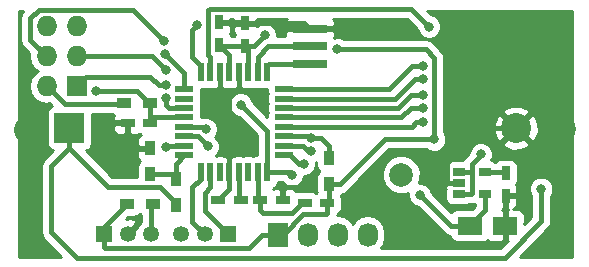
<source format=gbl>
G04 #@! TF.FileFunction,Copper,L2,Bot,Signal*
%FSLAX46Y46*%
G04 Gerber Fmt 4.6, Leading zero omitted, Abs format (unit mm)*
G04 Created by KiCad (PCBNEW 4.0.4+e1-6308~48~ubuntu16.04.1-stable) date Thu Sep 15 14:49:55 2016*
%MOMM*%
%LPD*%
G01*
G04 APERTURE LIST*
%ADD10C,0.100000*%
%ADD11C,2.200000*%
%ADD12R,2.540000X2.540000*%
%ADD13C,2.540000*%
%ADD14R,0.750000X1.200000*%
%ADD15R,1.200000X0.750000*%
%ADD16R,0.550000X1.600000*%
%ADD17R,1.600000X0.550000*%
%ADD18R,1.200000X0.900000*%
%ADD19R,0.900000X1.200000*%
%ADD20R,3.000000X0.800000*%
%ADD21C,1.998980*%
%ADD22R,1.727200X1.727200*%
%ADD23O,1.727200X1.727200*%
%ADD24R,2.148840X1.501140*%
%ADD25R,1.060000X0.650000*%
%ADD26R,1.350000X1.350000*%
%ADD27C,1.350000*%
%ADD28R,1.727200X2.032000*%
%ADD29O,1.727200X2.032000*%
%ADD30C,0.800000*%
%ADD31C,0.450000*%
%ADD32C,0.254000*%
G04 APERTURE END LIST*
D10*
D11*
X145161000Y-87947500D03*
D12*
X103404000Y-87884000D03*
D13*
X141224000Y-87884000D03*
D14*
X118300500Y-80896500D03*
X118300500Y-78996500D03*
D15*
X121473000Y-93980000D03*
X119573000Y-93980000D03*
D14*
X116078000Y-78933000D03*
X116078000Y-80833000D03*
D15*
X116014500Y-93980000D03*
X117914500Y-93980000D03*
X108333500Y-87439500D03*
X110233500Y-87439500D03*
D16*
X114548000Y-83126000D03*
X115348000Y-83126000D03*
X116148000Y-83126000D03*
X116948000Y-83126000D03*
X117748000Y-83126000D03*
X118548000Y-83126000D03*
X119348000Y-83126000D03*
X120148000Y-83126000D03*
D17*
X121598000Y-84576000D03*
X121598000Y-85376000D03*
X121598000Y-86176000D03*
X121598000Y-86976000D03*
X121598000Y-87776000D03*
X121598000Y-88576000D03*
X121598000Y-89376000D03*
X121598000Y-90176000D03*
D16*
X120148000Y-91626000D03*
X119348000Y-91626000D03*
X118548000Y-91626000D03*
X117748000Y-91626000D03*
X116948000Y-91626000D03*
X116148000Y-91626000D03*
X115348000Y-91626000D03*
X114548000Y-91626000D03*
D17*
X113098000Y-90176000D03*
X113098000Y-89376000D03*
X113098000Y-88576000D03*
X113098000Y-87776000D03*
X113098000Y-86976000D03*
X113098000Y-86176000D03*
X113098000Y-85376000D03*
X113098000Y-84576000D03*
D15*
X125219500Y-94234000D03*
X123319500Y-94234000D03*
D18*
X108056500Y-85788500D03*
X110256500Y-85788500D03*
D19*
X125412500Y-90446500D03*
X125412500Y-92646500D03*
X112395000Y-92181500D03*
X112395000Y-94381500D03*
X110236000Y-89578000D03*
X110236000Y-91778000D03*
D20*
X123761500Y-82462500D03*
X123761500Y-80962500D03*
X123761500Y-79462500D03*
D21*
X131508500Y-91821000D03*
D22*
X104013000Y-84328000D03*
D23*
X101473000Y-84328000D03*
X104013000Y-81788000D03*
X101473000Y-81788000D03*
X104013000Y-79248000D03*
X101473000Y-79248000D03*
D24*
X140312140Y-96139000D03*
X137309860Y-96139000D03*
D14*
X140335000Y-91696500D03*
X140335000Y-93596500D03*
D25*
X136398000Y-93467000D03*
X136398000Y-92517000D03*
X136398000Y-91567000D03*
X138598000Y-91567000D03*
X138598000Y-93467000D03*
D26*
X106331000Y-96837500D03*
D27*
X108331000Y-96837500D03*
X110331000Y-96837500D03*
D18*
X108247000Y-94297500D03*
X110447000Y-94297500D03*
D26*
X116871500Y-96837500D03*
D27*
X114871500Y-96837500D03*
X112871500Y-96837500D03*
D28*
X121031000Y-96901000D03*
D29*
X123571000Y-96901000D03*
X126111000Y-96901000D03*
X128651000Y-96901000D03*
D11*
X99822000Y-88011000D03*
D30*
X143366011Y-93009419D03*
X136271000Y-87376000D03*
X123634500Y-92900500D03*
X106235500Y-87122000D03*
X118300500Y-89662000D03*
X134302498Y-88836500D03*
X126081964Y-81216500D03*
X119951500Y-80010000D03*
X138239500Y-90106500D03*
X105631961Y-84772500D03*
X123267437Y-90888995D03*
X111569500Y-84264500D03*
X122237500Y-91821000D03*
X117909709Y-85880372D03*
X111569500Y-82994500D03*
X123877437Y-89828216D03*
X111442500Y-80518000D03*
X114236498Y-79121000D03*
X133848800Y-79285645D03*
X133361693Y-82605009D03*
X133349876Y-83704958D03*
X133338616Y-85045776D03*
X133350426Y-86145724D03*
X133350000Y-87376000D03*
X123825734Y-88701010D03*
X111511043Y-81615874D03*
X115106419Y-89427081D03*
X114935000Y-87947500D03*
X133096000Y-93535496D03*
X111569500Y-89471500D03*
X111592205Y-85364278D03*
D31*
X140260664Y-98874521D02*
X143366011Y-95769174D01*
X104052319Y-98874521D02*
X140260664Y-98874521D01*
X101888999Y-91119001D02*
X101888999Y-96711201D01*
X143366011Y-95769174D02*
X143366011Y-93009419D01*
X103404000Y-89604000D02*
X101888999Y-91119001D01*
X101888999Y-96711201D02*
X104052319Y-98874521D01*
X112395000Y-94381500D02*
X112395000Y-94231500D01*
X112395000Y-94231500D02*
X111066501Y-92903001D01*
X111066501Y-92903001D02*
X106703001Y-92903001D01*
X106703001Y-92903001D02*
X103404000Y-89604000D01*
X103404000Y-89604000D02*
X103404000Y-87884000D01*
X121473000Y-93980000D02*
X121473000Y-93093500D01*
X121473000Y-93093500D02*
X121666000Y-92900500D01*
X121666000Y-92900500D02*
X123634500Y-92900500D01*
X108333500Y-87439500D02*
X108333500Y-88585000D01*
X108333500Y-88585000D02*
X109326500Y-89578000D01*
X109326500Y-89578000D02*
X110236000Y-89578000D01*
X140335000Y-93596500D02*
X141160000Y-93596500D01*
X141160000Y-93596500D02*
X142493999Y-92262501D01*
X142493999Y-89153999D02*
X141224000Y-87884000D01*
X142493999Y-92262501D02*
X142493999Y-89153999D01*
X136271000Y-87376000D02*
X137772998Y-87376000D01*
X137772998Y-87376000D02*
X138280998Y-87884000D01*
X136398000Y-92517000D02*
X135418000Y-92517000D01*
X135418000Y-92517000D02*
X135342999Y-92441999D01*
X135342999Y-92441999D02*
X135342999Y-90821999D01*
X135342999Y-90821999D02*
X138280998Y-87884000D01*
X138280998Y-87884000D02*
X141224000Y-87884000D01*
X140335000Y-93596500D02*
X140335000Y-96116140D01*
X140335000Y-96116140D02*
X140312140Y-96139000D01*
X118300500Y-78996500D02*
X123295500Y-78996500D01*
X123295500Y-78996500D02*
X123761500Y-79462500D01*
X116078000Y-78933000D02*
X118237000Y-78933000D01*
X118237000Y-78933000D02*
X118300500Y-78996500D01*
X108333500Y-87439500D02*
X106553000Y-87439500D01*
X106553000Y-87439500D02*
X106235500Y-87122000D01*
X116948000Y-85176000D02*
X116948000Y-89535000D01*
X116948000Y-89535000D02*
X116948000Y-91626000D01*
X118300500Y-89662000D02*
X117075000Y-89662000D01*
X117075000Y-89662000D02*
X116948000Y-89535000D01*
X122661500Y-79462500D02*
X123761500Y-79462500D01*
X140312140Y-96139000D02*
X139988290Y-96139000D01*
X140464500Y-93726000D02*
X140335000Y-93596500D01*
X116948000Y-91626000D02*
X116948000Y-93046500D01*
X116948000Y-93046500D02*
X116014500Y-93980000D01*
X117748000Y-83126000D02*
X117748000Y-84376000D01*
X117748000Y-84376000D02*
X116948000Y-85176000D01*
X116148000Y-83126000D02*
X116148000Y-84376000D01*
X116148000Y-84376000D02*
X116948000Y-85176000D01*
X130122500Y-88836500D02*
X134302498Y-88836500D01*
X134302498Y-81910852D02*
X134302498Y-88836500D01*
X126312500Y-92646500D02*
X130122500Y-88836500D01*
X133608146Y-81216500D02*
X134302498Y-81910852D01*
X126081964Y-81216500D02*
X133608146Y-81216500D01*
X125412500Y-92646500D02*
X126312500Y-92646500D01*
X125144499Y-95134001D02*
X125219500Y-95059000D01*
X125219500Y-95059000D02*
X125219500Y-94234000D01*
X121031000Y-96901000D02*
X121454809Y-96901000D01*
X123221808Y-95134001D02*
X125144499Y-95134001D01*
X121454809Y-96901000D02*
X123221808Y-95134001D01*
X121031000Y-96901000D02*
X119717400Y-96901000D01*
X119717400Y-96901000D02*
X118580899Y-98037501D01*
X118580899Y-98037501D02*
X106406001Y-98037501D01*
X106406001Y-98037501D02*
X106331000Y-97962500D01*
X106331000Y-97962500D02*
X106331000Y-96837500D01*
X101473000Y-84328000D02*
X102997000Y-85852000D01*
X102997000Y-85852000D02*
X107993000Y-85852000D01*
X107993000Y-85852000D02*
X108056500Y-85788500D01*
X118300500Y-80896500D02*
X119065000Y-80896500D01*
X119065000Y-80896500D02*
X119951500Y-80010000D01*
X106331000Y-96837500D02*
X106331000Y-96213500D01*
X106331000Y-96213500D02*
X108247000Y-94297500D01*
X125412500Y-92646500D02*
X125412500Y-94041000D01*
X125412500Y-94041000D02*
X125219500Y-94234000D01*
X118300500Y-80896500D02*
X116141500Y-80896500D01*
X116141500Y-80896500D02*
X116078000Y-80833000D01*
X116948000Y-83126000D02*
X116948000Y-81703000D01*
X116948000Y-81703000D02*
X116078000Y-80833000D01*
X118548000Y-83126000D02*
X118548000Y-81144000D01*
X118548000Y-81144000D02*
X118300500Y-80896500D01*
X119827000Y-95059000D02*
X119573000Y-94805000D01*
X119573000Y-94805000D02*
X119573000Y-93980000D01*
X122236135Y-95059000D02*
X119827000Y-95059000D01*
X123061135Y-94234000D02*
X122236135Y-95059000D01*
X123319500Y-94234000D02*
X123061135Y-94234000D01*
X119348000Y-91626000D02*
X119348000Y-93755000D01*
X119348000Y-93755000D02*
X119573000Y-93980000D01*
X117748000Y-91626000D02*
X117748000Y-93813500D01*
X117748000Y-93813500D02*
X117914500Y-93980000D01*
X137477500Y-91666500D02*
X137477500Y-90887498D01*
X137477500Y-90887498D02*
X138239500Y-90125498D01*
X138239500Y-90125498D02*
X138239500Y-90106500D01*
X137477500Y-91666500D02*
X137477500Y-93367500D01*
X137477500Y-93367500D02*
X137378000Y-93467000D01*
X137378000Y-93467000D02*
X136398000Y-93467000D01*
X136398000Y-91567000D02*
X137378000Y-91567000D01*
X137378000Y-91567000D02*
X137477500Y-91666500D01*
X110106500Y-85788500D02*
X109090500Y-84772500D01*
X109090500Y-84772500D02*
X105631961Y-84772500D01*
X110256500Y-85788500D02*
X110106500Y-85788500D01*
X113098000Y-86976000D02*
X110256500Y-86976000D01*
X110256500Y-86976000D02*
X110256500Y-85788500D01*
X110233500Y-87439500D02*
X110233500Y-85811500D01*
X110233500Y-85811500D02*
X110256500Y-85788500D01*
X111003815Y-84264500D02*
X111569500Y-84264500D01*
X104811001Y-83529999D02*
X110269314Y-83529999D01*
X110269314Y-83529999D02*
X111003815Y-84264500D01*
X104013000Y-84328000D02*
X104811001Y-83529999D01*
X121598000Y-90176000D02*
X122123000Y-90176000D01*
X123255432Y-90901000D02*
X123267437Y-90888995D01*
X122848000Y-90901000D02*
X123255432Y-90901000D01*
X122123000Y-90176000D02*
X122848000Y-90901000D01*
X104013000Y-81788000D02*
X110363000Y-81788000D01*
X110363000Y-81788000D02*
X111569500Y-82994500D01*
X122042500Y-91626000D02*
X122237500Y-91821000D01*
X120148000Y-91626000D02*
X122042500Y-91626000D01*
X120148000Y-88118663D02*
X117909709Y-85880372D01*
X120148000Y-91626000D02*
X120148000Y-88118663D01*
X101473000Y-81788000D02*
X100084399Y-80399399D01*
X100084399Y-80399399D02*
X100084399Y-78581471D01*
X100084399Y-78581471D02*
X100814870Y-77851000D01*
X100814870Y-77851000D02*
X108775500Y-77851000D01*
X108775500Y-77851000D02*
X111442500Y-80518000D01*
X123610216Y-89828216D02*
X123877437Y-89828216D01*
X123158000Y-89376000D02*
X123610216Y-89828216D01*
X121598000Y-89376000D02*
X123158000Y-89376000D01*
X113823000Y-79534498D02*
X114236498Y-79121000D01*
X114548000Y-82601000D02*
X113823000Y-81876000D01*
X114548000Y-83126000D02*
X114548000Y-82601000D01*
X113823000Y-81876000D02*
X113823000Y-79534498D01*
X115348000Y-83126000D02*
X115348000Y-81876000D01*
X115348000Y-81876000D02*
X115177999Y-81705999D01*
X115177999Y-81705999D02*
X115177999Y-77912999D01*
X115177999Y-77912999D02*
X115303498Y-77787500D01*
X115303498Y-77787500D02*
X132350655Y-77787500D01*
X132350655Y-77787500D02*
X133848800Y-79285645D01*
X119348000Y-83126000D02*
X119348000Y-81876000D01*
X119348000Y-81876000D02*
X120261500Y-80962500D01*
X120261500Y-80962500D02*
X123761500Y-80962500D01*
X123761500Y-82462500D02*
X120286500Y-82462500D01*
X120286500Y-82462500D02*
X120148000Y-82601000D01*
X120148000Y-82601000D02*
X120148000Y-83126000D01*
X130462998Y-84576000D02*
X132433989Y-82605009D01*
X121598000Y-84576000D02*
X130462998Y-84576000D01*
X132433989Y-82605009D02*
X133361693Y-82605009D01*
X121598000Y-85376000D02*
X130974315Y-85376000D01*
X130974315Y-85376000D02*
X132645357Y-83704958D01*
X132645357Y-83704958D02*
X133349876Y-83704958D01*
X132365214Y-85045776D02*
X133338616Y-85045776D01*
X121598000Y-86176000D02*
X131234990Y-86176000D01*
X131234990Y-86176000D02*
X132365214Y-85045776D01*
X121598000Y-86976000D02*
X131495664Y-86976000D01*
X131495664Y-86976000D02*
X132325940Y-86145724D01*
X132325940Y-86145724D02*
X133350426Y-86145724D01*
X121598000Y-87776000D02*
X132384315Y-87776000D01*
X132384315Y-87776000D02*
X132784315Y-87376000D01*
X132784315Y-87376000D02*
X133350000Y-87376000D01*
X123700724Y-88576000D02*
X123825734Y-88701010D01*
X124717010Y-88701010D02*
X123825734Y-88701010D01*
X125412500Y-89396500D02*
X124717010Y-88701010D01*
X121598000Y-88576000D02*
X123700724Y-88576000D01*
X125412500Y-90446500D02*
X125412500Y-89396500D01*
X110236000Y-91778000D02*
X111991500Y-91778000D01*
X111991500Y-91778000D02*
X112395000Y-92181500D01*
X112395000Y-92181500D02*
X112395000Y-90879000D01*
X112395000Y-90879000D02*
X113098000Y-90176000D01*
X113098000Y-84576000D02*
X113098000Y-83202831D01*
X113098000Y-83202831D02*
X111511043Y-81615874D01*
X114255338Y-88576000D02*
X115106419Y-89427081D01*
X113098000Y-88576000D02*
X114255338Y-88576000D01*
X113098000Y-87776000D02*
X114763500Y-87776000D01*
X114763500Y-87776000D02*
X114935000Y-87947500D01*
X135699504Y-96139000D02*
X133096000Y-93535496D01*
X137309860Y-96139000D02*
X135699504Y-96139000D01*
X138598000Y-93467000D02*
X138598000Y-94850860D01*
X138598000Y-94850860D02*
X137309860Y-96139000D01*
X138598000Y-91567000D02*
X140205500Y-91567000D01*
X140205500Y-91567000D02*
X140335000Y-91696500D01*
X113098000Y-89376000D02*
X111665000Y-89376000D01*
X111665000Y-89376000D02*
X111569500Y-89471500D01*
X110331000Y-96837500D02*
X110331000Y-94413500D01*
X110331000Y-94413500D02*
X110447000Y-94297500D01*
X115348000Y-92876000D02*
X114889499Y-93334501D01*
X115348000Y-91626000D02*
X115348000Y-92876000D01*
X114889499Y-94855499D02*
X116871500Y-96837500D01*
X114889499Y-93334501D02*
X114889499Y-94855499D01*
X114871500Y-96837500D02*
X113823000Y-95789000D01*
X113823000Y-95789000D02*
X113823000Y-92876000D01*
X114548000Y-92151000D02*
X114548000Y-91626000D01*
X113823000Y-92876000D02*
X114548000Y-92151000D01*
X111848000Y-86176000D02*
X111592205Y-85920205D01*
X111592205Y-85920205D02*
X111592205Y-85364278D01*
X113098000Y-86176000D02*
X111848000Y-86176000D01*
D32*
G36*
X99481944Y-77979016D02*
X99297254Y-78255425D01*
X99232399Y-78581471D01*
X99232399Y-80399399D01*
X99297254Y-80725445D01*
X99481944Y-81001854D01*
X100005441Y-81525351D01*
X99953197Y-81788000D01*
X100066662Y-82358428D01*
X100389784Y-82842013D01*
X100713031Y-83058000D01*
X100389784Y-83273987D01*
X100066662Y-83757572D01*
X99953197Y-84328000D01*
X100066662Y-84898428D01*
X100389784Y-85382013D01*
X100873369Y-85705135D01*
X101443797Y-85818600D01*
X101502203Y-85818600D01*
X101716136Y-85776046D01*
X101949519Y-86009429D01*
X101901648Y-86018437D01*
X101688247Y-86155757D01*
X101545083Y-86365283D01*
X101494717Y-86614000D01*
X101494717Y-89154000D01*
X101538437Y-89386352D01*
X101675757Y-89599753D01*
X101885283Y-89742917D01*
X102030721Y-89772369D01*
X101286544Y-90516546D01*
X101101854Y-90792955D01*
X101036999Y-91119001D01*
X101036999Y-96711201D01*
X101101854Y-97037247D01*
X101286544Y-97313656D01*
X102736888Y-98764000D01*
X99102000Y-98764000D01*
X99102000Y-77956500D01*
X99504460Y-77956500D01*
X99481944Y-77979016D01*
X99481944Y-77979016D01*
G37*
X99481944Y-77979016D02*
X99297254Y-78255425D01*
X99232399Y-78581471D01*
X99232399Y-80399399D01*
X99297254Y-80725445D01*
X99481944Y-81001854D01*
X100005441Y-81525351D01*
X99953197Y-81788000D01*
X100066662Y-82358428D01*
X100389784Y-82842013D01*
X100713031Y-83058000D01*
X100389784Y-83273987D01*
X100066662Y-83757572D01*
X99953197Y-84328000D01*
X100066662Y-84898428D01*
X100389784Y-85382013D01*
X100873369Y-85705135D01*
X101443797Y-85818600D01*
X101502203Y-85818600D01*
X101716136Y-85776046D01*
X101949519Y-86009429D01*
X101901648Y-86018437D01*
X101688247Y-86155757D01*
X101545083Y-86365283D01*
X101494717Y-86614000D01*
X101494717Y-89154000D01*
X101538437Y-89386352D01*
X101675757Y-89599753D01*
X101885283Y-89742917D01*
X102030721Y-89772369D01*
X101286544Y-90516546D01*
X101101854Y-90792955D01*
X101036999Y-91119001D01*
X101036999Y-96711201D01*
X101101854Y-97037247D01*
X101286544Y-97313656D01*
X102736888Y-98764000D01*
X99102000Y-98764000D01*
X99102000Y-77956500D01*
X99504460Y-77956500D01*
X99481944Y-77979016D01*
G36*
X145944500Y-98764000D02*
X141576095Y-98764000D01*
X143968466Y-96371629D01*
X144153156Y-96095220D01*
X144218011Y-95769174D01*
X144218011Y-93610035D01*
X144236151Y-93591927D01*
X144392832Y-93214598D01*
X144393189Y-92806032D01*
X144237167Y-92428430D01*
X143948519Y-92139279D01*
X143571190Y-91982598D01*
X143162624Y-91982241D01*
X142785022Y-92138263D01*
X142495871Y-92426911D01*
X142339190Y-92804240D01*
X142338833Y-93212806D01*
X142494855Y-93590408D01*
X142514011Y-93609597D01*
X142514011Y-95416264D01*
X141914277Y-96015998D01*
X141856812Y-96015998D01*
X142013560Y-95859250D01*
X142013560Y-95263712D01*
X141918105Y-95033263D01*
X141741727Y-94856885D01*
X141511278Y-94761430D01*
X140984568Y-94761430D01*
X141065167Y-94728045D01*
X141241545Y-94551667D01*
X141337000Y-94321218D01*
X141337000Y-93876250D01*
X141180250Y-93719500D01*
X140458000Y-93719500D01*
X140458000Y-94666750D01*
X140572285Y-94781035D01*
X140435140Y-94918180D01*
X140435140Y-96016000D01*
X140455140Y-96016000D01*
X140455140Y-96262000D01*
X140435140Y-96262000D01*
X140435140Y-97359820D01*
X140502798Y-97427478D01*
X139907754Y-98022521D01*
X129783244Y-98022521D01*
X130028135Y-97656016D01*
X130141600Y-97085588D01*
X130141600Y-96716412D01*
X130028135Y-96145984D01*
X129705013Y-95662399D01*
X129221428Y-95339277D01*
X128651000Y-95225812D01*
X128080572Y-95339277D01*
X127596987Y-95662399D01*
X127381000Y-95985646D01*
X127165013Y-95662399D01*
X126681428Y-95339277D01*
X126111000Y-95225812D01*
X126035325Y-95240865D01*
X126042184Y-95206382D01*
X126051852Y-95204563D01*
X126265253Y-95067243D01*
X126408417Y-94857717D01*
X126458783Y-94609000D01*
X126458783Y-93859000D01*
X126415063Y-93626648D01*
X126389140Y-93586362D01*
X126451417Y-93495217D01*
X126456555Y-93469846D01*
X126638546Y-93433645D01*
X126914955Y-93248955D01*
X128020800Y-92143110D01*
X129881728Y-92143110D01*
X130128825Y-92741129D01*
X130585964Y-93199067D01*
X131183552Y-93447207D01*
X131830610Y-93447772D01*
X132069162Y-93349204D01*
X132068822Y-93738883D01*
X132224844Y-94116485D01*
X132513492Y-94405636D01*
X132890821Y-94562317D01*
X132917935Y-94562341D01*
X135097049Y-96741455D01*
X135373458Y-96926145D01*
X135611966Y-96973587D01*
X135639877Y-97121922D01*
X135777197Y-97335323D01*
X135986723Y-97478487D01*
X136235440Y-97528853D01*
X138384280Y-97528853D01*
X138616632Y-97485133D01*
X138817388Y-97355950D01*
X138882553Y-97421115D01*
X139113002Y-97516570D01*
X140032390Y-97516570D01*
X140189140Y-97359820D01*
X140189140Y-96262000D01*
X140169140Y-96262000D01*
X140169140Y-96016000D01*
X140189140Y-96016000D01*
X140189140Y-94918180D01*
X140074855Y-94803895D01*
X140212000Y-94666750D01*
X140212000Y-93719500D01*
X140192000Y-93719500D01*
X140192000Y-93473500D01*
X140212000Y-93473500D01*
X140212000Y-93453500D01*
X140458000Y-93453500D01*
X140458000Y-93473500D01*
X141180250Y-93473500D01*
X141337000Y-93316750D01*
X141337000Y-92871782D01*
X141241545Y-92641333D01*
X141236613Y-92636401D01*
X141298917Y-92545217D01*
X141349283Y-92296500D01*
X141349283Y-91096500D01*
X141305563Y-90864148D01*
X141168243Y-90650747D01*
X140958717Y-90507583D01*
X140710000Y-90457217D01*
X139960000Y-90457217D01*
X139727648Y-90500937D01*
X139514247Y-90638257D01*
X139463569Y-90712427D01*
X139376717Y-90653083D01*
X139144116Y-90605981D01*
X139266321Y-90311679D01*
X139266678Y-89903113D01*
X139110656Y-89525511D01*
X138822008Y-89236360D01*
X138794128Y-89224783D01*
X140057166Y-89224783D01*
X140188937Y-89517902D01*
X140892993Y-89789630D01*
X141647443Y-89771243D01*
X142259063Y-89517902D01*
X142390834Y-89224783D01*
X141224000Y-88057948D01*
X140057166Y-89224783D01*
X138794128Y-89224783D01*
X138444679Y-89079679D01*
X138036113Y-89079322D01*
X137658511Y-89235344D01*
X137369360Y-89523992D01*
X137212679Y-89901321D01*
X137212639Y-89947449D01*
X136875045Y-90285043D01*
X136690355Y-90561452D01*
X136682147Y-90602717D01*
X135868000Y-90602717D01*
X135635648Y-90646437D01*
X135422247Y-90783757D01*
X135279083Y-90993283D01*
X135228717Y-91242000D01*
X135228717Y-91892000D01*
X135255233Y-92032920D01*
X135241000Y-92067282D01*
X135241000Y-92237250D01*
X135397750Y-92394000D01*
X135492077Y-92394000D01*
X135619283Y-92480917D01*
X135794879Y-92516476D01*
X135635648Y-92546437D01*
X135490247Y-92640000D01*
X135397750Y-92640000D01*
X135241000Y-92796750D01*
X135241000Y-92966718D01*
X135256590Y-93004356D01*
X135228717Y-93142000D01*
X135228717Y-93792000D01*
X135272437Y-94024352D01*
X135409757Y-94237753D01*
X135619283Y-94380917D01*
X135868000Y-94431283D01*
X136928000Y-94431283D01*
X137160352Y-94387563D01*
X137266902Y-94319000D01*
X137378000Y-94319000D01*
X137649598Y-94264975D01*
X137746000Y-94330845D01*
X137746000Y-94497950D01*
X137494803Y-94749147D01*
X136235440Y-94749147D01*
X136003088Y-94792867D01*
X135789687Y-94930187D01*
X135751496Y-94986082D01*
X134123156Y-93357742D01*
X134123178Y-93332109D01*
X133967156Y-92954507D01*
X133678508Y-92665356D01*
X133301179Y-92508675D01*
X132984205Y-92508398D01*
X133134707Y-92145948D01*
X133135272Y-91498890D01*
X132888175Y-90900871D01*
X132431036Y-90442933D01*
X131833448Y-90194793D01*
X131186390Y-90194228D01*
X130588371Y-90441325D01*
X130130433Y-90898464D01*
X129882293Y-91496052D01*
X129881728Y-92143110D01*
X128020800Y-92143110D01*
X130475410Y-89688500D01*
X133701882Y-89688500D01*
X133719990Y-89706640D01*
X134097319Y-89863321D01*
X134505885Y-89863678D01*
X134883487Y-89707656D01*
X135172638Y-89419008D01*
X135329319Y-89041679D01*
X135329676Y-88633113D01*
X135173654Y-88255511D01*
X135154498Y-88236322D01*
X135154498Y-87552993D01*
X139318370Y-87552993D01*
X139336757Y-88307443D01*
X139590098Y-88919063D01*
X139883217Y-89050834D01*
X141050052Y-87884000D01*
X141397948Y-87884000D01*
X142564783Y-89050834D01*
X142857902Y-88919063D01*
X143129630Y-88215007D01*
X143111243Y-87460557D01*
X142857902Y-86848937D01*
X142564783Y-86717166D01*
X141397948Y-87884000D01*
X141050052Y-87884000D01*
X139883217Y-86717166D01*
X139590098Y-86848937D01*
X139318370Y-87552993D01*
X135154498Y-87552993D01*
X135154498Y-86543217D01*
X140057166Y-86543217D01*
X141224000Y-87710052D01*
X142390834Y-86543217D01*
X142259063Y-86250098D01*
X141555007Y-85978370D01*
X140800557Y-85996757D01*
X140188937Y-86250098D01*
X140057166Y-86543217D01*
X135154498Y-86543217D01*
X135154498Y-81910852D01*
X135089643Y-81584806D01*
X134904953Y-81308397D01*
X134210601Y-80614045D01*
X133934192Y-80429355D01*
X133608146Y-80364500D01*
X126682580Y-80364500D01*
X126664472Y-80346360D01*
X126287143Y-80189679D01*
X125878577Y-80189322D01*
X125789996Y-80225923D01*
X125787957Y-80222755D01*
X125793045Y-80217667D01*
X125888500Y-79987218D01*
X125888500Y-79742250D01*
X125731750Y-79585500D01*
X123884500Y-79585500D01*
X123884500Y-79605500D01*
X123638500Y-79605500D01*
X123638500Y-79585500D01*
X121791250Y-79585500D01*
X121634500Y-79742250D01*
X121634500Y-79987218D01*
X121685565Y-80110500D01*
X120978412Y-80110500D01*
X120978678Y-79806613D01*
X120822656Y-79429011D01*
X120534008Y-79139860D01*
X120156679Y-78983179D01*
X119748113Y-78982822D01*
X119370511Y-79138844D01*
X119267713Y-79241463D01*
X119145750Y-79119500D01*
X118423500Y-79119500D01*
X118423500Y-79139500D01*
X118177500Y-79139500D01*
X118177500Y-79119500D01*
X117455250Y-79119500D01*
X117298500Y-79276250D01*
X117298500Y-79721218D01*
X117393955Y-79951667D01*
X117398887Y-79956599D01*
X117338826Y-80044500D01*
X117056814Y-80044500D01*
X117048563Y-80000648D01*
X116979457Y-79893255D01*
X116984545Y-79888167D01*
X117080000Y-79657718D01*
X117080000Y-79212750D01*
X116923250Y-79056000D01*
X116201000Y-79056000D01*
X116201000Y-79076000D01*
X116029999Y-79076000D01*
X116029999Y-78790000D01*
X116201000Y-78790000D01*
X116201000Y-78810000D01*
X116923250Y-78810000D01*
X117080000Y-78653250D01*
X117080000Y-78639500D01*
X117298500Y-78639500D01*
X117298500Y-78716750D01*
X117455250Y-78873500D01*
X118177500Y-78873500D01*
X118177500Y-78853500D01*
X118423500Y-78853500D01*
X118423500Y-78873500D01*
X119145750Y-78873500D01*
X119302500Y-78716750D01*
X119302500Y-78639500D01*
X121797788Y-78639500D01*
X121729955Y-78707333D01*
X121634500Y-78937782D01*
X121634500Y-79182750D01*
X121791250Y-79339500D01*
X123638500Y-79339500D01*
X123638500Y-79319500D01*
X123884500Y-79319500D01*
X123884500Y-79339500D01*
X125731750Y-79339500D01*
X125888500Y-79182750D01*
X125888500Y-78937782D01*
X125793045Y-78707333D01*
X125725212Y-78639500D01*
X131997745Y-78639500D01*
X132821644Y-79463399D01*
X132821622Y-79489032D01*
X132977644Y-79866634D01*
X133266292Y-80155785D01*
X133643621Y-80312466D01*
X134052187Y-80312823D01*
X134429789Y-80156801D01*
X134718940Y-79868153D01*
X134875621Y-79490824D01*
X134875978Y-79082258D01*
X134719956Y-78704656D01*
X134431308Y-78415505D01*
X134053979Y-78258824D01*
X134026865Y-78258800D01*
X133724565Y-77956500D01*
X145944500Y-77956500D01*
X145944500Y-98764000D01*
X145944500Y-98764000D01*
G37*
X145944500Y-98764000D02*
X141576095Y-98764000D01*
X143968466Y-96371629D01*
X144153156Y-96095220D01*
X144218011Y-95769174D01*
X144218011Y-93610035D01*
X144236151Y-93591927D01*
X144392832Y-93214598D01*
X144393189Y-92806032D01*
X144237167Y-92428430D01*
X143948519Y-92139279D01*
X143571190Y-91982598D01*
X143162624Y-91982241D01*
X142785022Y-92138263D01*
X142495871Y-92426911D01*
X142339190Y-92804240D01*
X142338833Y-93212806D01*
X142494855Y-93590408D01*
X142514011Y-93609597D01*
X142514011Y-95416264D01*
X141914277Y-96015998D01*
X141856812Y-96015998D01*
X142013560Y-95859250D01*
X142013560Y-95263712D01*
X141918105Y-95033263D01*
X141741727Y-94856885D01*
X141511278Y-94761430D01*
X140984568Y-94761430D01*
X141065167Y-94728045D01*
X141241545Y-94551667D01*
X141337000Y-94321218D01*
X141337000Y-93876250D01*
X141180250Y-93719500D01*
X140458000Y-93719500D01*
X140458000Y-94666750D01*
X140572285Y-94781035D01*
X140435140Y-94918180D01*
X140435140Y-96016000D01*
X140455140Y-96016000D01*
X140455140Y-96262000D01*
X140435140Y-96262000D01*
X140435140Y-97359820D01*
X140502798Y-97427478D01*
X139907754Y-98022521D01*
X129783244Y-98022521D01*
X130028135Y-97656016D01*
X130141600Y-97085588D01*
X130141600Y-96716412D01*
X130028135Y-96145984D01*
X129705013Y-95662399D01*
X129221428Y-95339277D01*
X128651000Y-95225812D01*
X128080572Y-95339277D01*
X127596987Y-95662399D01*
X127381000Y-95985646D01*
X127165013Y-95662399D01*
X126681428Y-95339277D01*
X126111000Y-95225812D01*
X126035325Y-95240865D01*
X126042184Y-95206382D01*
X126051852Y-95204563D01*
X126265253Y-95067243D01*
X126408417Y-94857717D01*
X126458783Y-94609000D01*
X126458783Y-93859000D01*
X126415063Y-93626648D01*
X126389140Y-93586362D01*
X126451417Y-93495217D01*
X126456555Y-93469846D01*
X126638546Y-93433645D01*
X126914955Y-93248955D01*
X128020800Y-92143110D01*
X129881728Y-92143110D01*
X130128825Y-92741129D01*
X130585964Y-93199067D01*
X131183552Y-93447207D01*
X131830610Y-93447772D01*
X132069162Y-93349204D01*
X132068822Y-93738883D01*
X132224844Y-94116485D01*
X132513492Y-94405636D01*
X132890821Y-94562317D01*
X132917935Y-94562341D01*
X135097049Y-96741455D01*
X135373458Y-96926145D01*
X135611966Y-96973587D01*
X135639877Y-97121922D01*
X135777197Y-97335323D01*
X135986723Y-97478487D01*
X136235440Y-97528853D01*
X138384280Y-97528853D01*
X138616632Y-97485133D01*
X138817388Y-97355950D01*
X138882553Y-97421115D01*
X139113002Y-97516570D01*
X140032390Y-97516570D01*
X140189140Y-97359820D01*
X140189140Y-96262000D01*
X140169140Y-96262000D01*
X140169140Y-96016000D01*
X140189140Y-96016000D01*
X140189140Y-94918180D01*
X140074855Y-94803895D01*
X140212000Y-94666750D01*
X140212000Y-93719500D01*
X140192000Y-93719500D01*
X140192000Y-93473500D01*
X140212000Y-93473500D01*
X140212000Y-93453500D01*
X140458000Y-93453500D01*
X140458000Y-93473500D01*
X141180250Y-93473500D01*
X141337000Y-93316750D01*
X141337000Y-92871782D01*
X141241545Y-92641333D01*
X141236613Y-92636401D01*
X141298917Y-92545217D01*
X141349283Y-92296500D01*
X141349283Y-91096500D01*
X141305563Y-90864148D01*
X141168243Y-90650747D01*
X140958717Y-90507583D01*
X140710000Y-90457217D01*
X139960000Y-90457217D01*
X139727648Y-90500937D01*
X139514247Y-90638257D01*
X139463569Y-90712427D01*
X139376717Y-90653083D01*
X139144116Y-90605981D01*
X139266321Y-90311679D01*
X139266678Y-89903113D01*
X139110656Y-89525511D01*
X138822008Y-89236360D01*
X138794128Y-89224783D01*
X140057166Y-89224783D01*
X140188937Y-89517902D01*
X140892993Y-89789630D01*
X141647443Y-89771243D01*
X142259063Y-89517902D01*
X142390834Y-89224783D01*
X141224000Y-88057948D01*
X140057166Y-89224783D01*
X138794128Y-89224783D01*
X138444679Y-89079679D01*
X138036113Y-89079322D01*
X137658511Y-89235344D01*
X137369360Y-89523992D01*
X137212679Y-89901321D01*
X137212639Y-89947449D01*
X136875045Y-90285043D01*
X136690355Y-90561452D01*
X136682147Y-90602717D01*
X135868000Y-90602717D01*
X135635648Y-90646437D01*
X135422247Y-90783757D01*
X135279083Y-90993283D01*
X135228717Y-91242000D01*
X135228717Y-91892000D01*
X135255233Y-92032920D01*
X135241000Y-92067282D01*
X135241000Y-92237250D01*
X135397750Y-92394000D01*
X135492077Y-92394000D01*
X135619283Y-92480917D01*
X135794879Y-92516476D01*
X135635648Y-92546437D01*
X135490247Y-92640000D01*
X135397750Y-92640000D01*
X135241000Y-92796750D01*
X135241000Y-92966718D01*
X135256590Y-93004356D01*
X135228717Y-93142000D01*
X135228717Y-93792000D01*
X135272437Y-94024352D01*
X135409757Y-94237753D01*
X135619283Y-94380917D01*
X135868000Y-94431283D01*
X136928000Y-94431283D01*
X137160352Y-94387563D01*
X137266902Y-94319000D01*
X137378000Y-94319000D01*
X137649598Y-94264975D01*
X137746000Y-94330845D01*
X137746000Y-94497950D01*
X137494803Y-94749147D01*
X136235440Y-94749147D01*
X136003088Y-94792867D01*
X135789687Y-94930187D01*
X135751496Y-94986082D01*
X134123156Y-93357742D01*
X134123178Y-93332109D01*
X133967156Y-92954507D01*
X133678508Y-92665356D01*
X133301179Y-92508675D01*
X132984205Y-92508398D01*
X133134707Y-92145948D01*
X133135272Y-91498890D01*
X132888175Y-90900871D01*
X132431036Y-90442933D01*
X131833448Y-90194793D01*
X131186390Y-90194228D01*
X130588371Y-90441325D01*
X130130433Y-90898464D01*
X129882293Y-91496052D01*
X129881728Y-92143110D01*
X128020800Y-92143110D01*
X130475410Y-89688500D01*
X133701882Y-89688500D01*
X133719990Y-89706640D01*
X134097319Y-89863321D01*
X134505885Y-89863678D01*
X134883487Y-89707656D01*
X135172638Y-89419008D01*
X135329319Y-89041679D01*
X135329676Y-88633113D01*
X135173654Y-88255511D01*
X135154498Y-88236322D01*
X135154498Y-87552993D01*
X139318370Y-87552993D01*
X139336757Y-88307443D01*
X139590098Y-88919063D01*
X139883217Y-89050834D01*
X141050052Y-87884000D01*
X141397948Y-87884000D01*
X142564783Y-89050834D01*
X142857902Y-88919063D01*
X143129630Y-88215007D01*
X143111243Y-87460557D01*
X142857902Y-86848937D01*
X142564783Y-86717166D01*
X141397948Y-87884000D01*
X141050052Y-87884000D01*
X139883217Y-86717166D01*
X139590098Y-86848937D01*
X139318370Y-87552993D01*
X135154498Y-87552993D01*
X135154498Y-86543217D01*
X140057166Y-86543217D01*
X141224000Y-87710052D01*
X142390834Y-86543217D01*
X142259063Y-86250098D01*
X141555007Y-85978370D01*
X140800557Y-85996757D01*
X140188937Y-86250098D01*
X140057166Y-86543217D01*
X135154498Y-86543217D01*
X135154498Y-81910852D01*
X135089643Y-81584806D01*
X134904953Y-81308397D01*
X134210601Y-80614045D01*
X133934192Y-80429355D01*
X133608146Y-80364500D01*
X126682580Y-80364500D01*
X126664472Y-80346360D01*
X126287143Y-80189679D01*
X125878577Y-80189322D01*
X125789996Y-80225923D01*
X125787957Y-80222755D01*
X125793045Y-80217667D01*
X125888500Y-79987218D01*
X125888500Y-79742250D01*
X125731750Y-79585500D01*
X123884500Y-79585500D01*
X123884500Y-79605500D01*
X123638500Y-79605500D01*
X123638500Y-79585500D01*
X121791250Y-79585500D01*
X121634500Y-79742250D01*
X121634500Y-79987218D01*
X121685565Y-80110500D01*
X120978412Y-80110500D01*
X120978678Y-79806613D01*
X120822656Y-79429011D01*
X120534008Y-79139860D01*
X120156679Y-78983179D01*
X119748113Y-78982822D01*
X119370511Y-79138844D01*
X119267713Y-79241463D01*
X119145750Y-79119500D01*
X118423500Y-79119500D01*
X118423500Y-79139500D01*
X118177500Y-79139500D01*
X118177500Y-79119500D01*
X117455250Y-79119500D01*
X117298500Y-79276250D01*
X117298500Y-79721218D01*
X117393955Y-79951667D01*
X117398887Y-79956599D01*
X117338826Y-80044500D01*
X117056814Y-80044500D01*
X117048563Y-80000648D01*
X116979457Y-79893255D01*
X116984545Y-79888167D01*
X117080000Y-79657718D01*
X117080000Y-79212750D01*
X116923250Y-79056000D01*
X116201000Y-79056000D01*
X116201000Y-79076000D01*
X116029999Y-79076000D01*
X116029999Y-78790000D01*
X116201000Y-78790000D01*
X116201000Y-78810000D01*
X116923250Y-78810000D01*
X117080000Y-78653250D01*
X117080000Y-78639500D01*
X117298500Y-78639500D01*
X117298500Y-78716750D01*
X117455250Y-78873500D01*
X118177500Y-78873500D01*
X118177500Y-78853500D01*
X118423500Y-78853500D01*
X118423500Y-78873500D01*
X119145750Y-78873500D01*
X119302500Y-78716750D01*
X119302500Y-78639500D01*
X121797788Y-78639500D01*
X121729955Y-78707333D01*
X121634500Y-78937782D01*
X121634500Y-79182750D01*
X121791250Y-79339500D01*
X123638500Y-79339500D01*
X123638500Y-79319500D01*
X123884500Y-79319500D01*
X123884500Y-79339500D01*
X125731750Y-79339500D01*
X125888500Y-79182750D01*
X125888500Y-78937782D01*
X125793045Y-78707333D01*
X125725212Y-78639500D01*
X131997745Y-78639500D01*
X132821644Y-79463399D01*
X132821622Y-79489032D01*
X132977644Y-79866634D01*
X133266292Y-80155785D01*
X133643621Y-80312466D01*
X134052187Y-80312823D01*
X134429789Y-80156801D01*
X134718940Y-79868153D01*
X134875621Y-79490824D01*
X134875978Y-79082258D01*
X134719956Y-78704656D01*
X134431308Y-78415505D01*
X134053979Y-78258824D01*
X134026865Y-78258800D01*
X133724565Y-77956500D01*
X145944500Y-77956500D01*
X145944500Y-98764000D01*
G36*
X123694000Y-96778000D02*
X123714000Y-96778000D01*
X123714000Y-97024000D01*
X123694000Y-97024000D01*
X123694000Y-97044000D01*
X123448000Y-97044000D01*
X123448000Y-97024000D01*
X123428000Y-97024000D01*
X123428000Y-96778000D01*
X123448000Y-96778000D01*
X123448000Y-96758000D01*
X123694000Y-96758000D01*
X123694000Y-96778000D01*
X123694000Y-96778000D01*
G37*
X123694000Y-96778000D02*
X123714000Y-96778000D01*
X123714000Y-97024000D01*
X123694000Y-97024000D01*
X123694000Y-97044000D01*
X123448000Y-97044000D01*
X123448000Y-97024000D01*
X123428000Y-97024000D01*
X123428000Y-96778000D01*
X123448000Y-96778000D01*
X123448000Y-96758000D01*
X123694000Y-96758000D01*
X123694000Y-96778000D01*
G36*
X109388757Y-95193253D02*
X109479000Y-95254914D01*
X109479000Y-95848312D01*
X109227861Y-96099013D01*
X109216801Y-96125648D01*
X108504948Y-96837500D01*
X108519091Y-96851643D01*
X108345143Y-97025591D01*
X108331000Y-97011448D01*
X108316858Y-97025591D01*
X108142910Y-96851643D01*
X108157052Y-96837500D01*
X108142909Y-96823358D01*
X108316858Y-96649410D01*
X108331000Y-96663552D01*
X109067295Y-95927256D01*
X109008424Y-95695846D01*
X108519966Y-95523510D01*
X108209255Y-95540155D01*
X108362627Y-95386783D01*
X108847000Y-95386783D01*
X109079352Y-95343063D01*
X109292753Y-95205743D01*
X109346334Y-95127326D01*
X109388757Y-95193253D01*
X109388757Y-95193253D01*
G37*
X109388757Y-95193253D02*
X109479000Y-95254914D01*
X109479000Y-95848312D01*
X109227861Y-96099013D01*
X109216801Y-96125648D01*
X108504948Y-96837500D01*
X108519091Y-96851643D01*
X108345143Y-97025591D01*
X108331000Y-97011448D01*
X108316858Y-97025591D01*
X108142910Y-96851643D01*
X108157052Y-96837500D01*
X108142909Y-96823358D01*
X108316858Y-96649410D01*
X108331000Y-96663552D01*
X109067295Y-95927256D01*
X109008424Y-95695846D01*
X108519966Y-95523510D01*
X108209255Y-95540155D01*
X108362627Y-95386783D01*
X108847000Y-95386783D01*
X109079352Y-95343063D01*
X109292753Y-95205743D01*
X109346334Y-95127326D01*
X109388757Y-95193253D01*
G36*
X124323217Y-91046500D02*
X124366937Y-91278852D01*
X124504257Y-91492253D01*
X124582674Y-91545834D01*
X124516747Y-91588257D01*
X124373583Y-91797783D01*
X124323217Y-92046500D01*
X124323217Y-93246500D01*
X124332964Y-93298303D01*
X124269390Y-93339212D01*
X124168217Y-93270083D01*
X123919500Y-93219717D01*
X122719500Y-93219717D01*
X122597403Y-93242691D01*
X122428167Y-93073455D01*
X122197718Y-92978000D01*
X121752750Y-92978000D01*
X121596000Y-93134750D01*
X121596000Y-93857000D01*
X121616000Y-93857000D01*
X121616000Y-94103000D01*
X121596000Y-94103000D01*
X121596000Y-94123000D01*
X121350000Y-94123000D01*
X121350000Y-94103000D01*
X121330000Y-94103000D01*
X121330000Y-93857000D01*
X121350000Y-93857000D01*
X121350000Y-93134750D01*
X121193250Y-92978000D01*
X120748282Y-92978000D01*
X120677466Y-93007333D01*
X120868753Y-92884243D01*
X121011917Y-92674717D01*
X121051753Y-92478000D01*
X121442223Y-92478000D01*
X121654992Y-92691140D01*
X122032321Y-92847821D01*
X122440887Y-92848178D01*
X122818489Y-92692156D01*
X123107640Y-92403508D01*
X123264321Y-92026179D01*
X123264417Y-91915993D01*
X123470824Y-91916173D01*
X123848426Y-91760151D01*
X124137577Y-91471503D01*
X124294258Y-91094174D01*
X124294544Y-90767087D01*
X124323217Y-90755239D01*
X124323217Y-91046500D01*
X124323217Y-91046500D01*
G37*
X124323217Y-91046500D02*
X124366937Y-91278852D01*
X124504257Y-91492253D01*
X124582674Y-91545834D01*
X124516747Y-91588257D01*
X124373583Y-91797783D01*
X124323217Y-92046500D01*
X124323217Y-93246500D01*
X124332964Y-93298303D01*
X124269390Y-93339212D01*
X124168217Y-93270083D01*
X123919500Y-93219717D01*
X122719500Y-93219717D01*
X122597403Y-93242691D01*
X122428167Y-93073455D01*
X122197718Y-92978000D01*
X121752750Y-92978000D01*
X121596000Y-93134750D01*
X121596000Y-93857000D01*
X121616000Y-93857000D01*
X121616000Y-94103000D01*
X121596000Y-94103000D01*
X121596000Y-94123000D01*
X121350000Y-94123000D01*
X121350000Y-94103000D01*
X121330000Y-94103000D01*
X121330000Y-93857000D01*
X121350000Y-93857000D01*
X121350000Y-93134750D01*
X121193250Y-92978000D01*
X120748282Y-92978000D01*
X120677466Y-93007333D01*
X120868753Y-92884243D01*
X121011917Y-92674717D01*
X121051753Y-92478000D01*
X121442223Y-92478000D01*
X121654992Y-92691140D01*
X122032321Y-92847821D01*
X122440887Y-92848178D01*
X122818489Y-92692156D01*
X123107640Y-92403508D01*
X123264321Y-92026179D01*
X123264417Y-91915993D01*
X123470824Y-91916173D01*
X123848426Y-91760151D01*
X124137577Y-91471503D01*
X124294258Y-91094174D01*
X124294544Y-90767087D01*
X124323217Y-90755239D01*
X124323217Y-91046500D01*
G36*
X116137500Y-93857000D02*
X116157500Y-93857000D01*
X116157500Y-94103000D01*
X116137500Y-94103000D01*
X116137500Y-94123000D01*
X115891500Y-94123000D01*
X115891500Y-94103000D01*
X115871500Y-94103000D01*
X115871500Y-93857000D01*
X115891500Y-93857000D01*
X115891500Y-93837000D01*
X116137500Y-93837000D01*
X116137500Y-93857000D01*
X116137500Y-93857000D01*
G37*
X116137500Y-93857000D02*
X116157500Y-93857000D01*
X116157500Y-94103000D01*
X116137500Y-94103000D01*
X116137500Y-94123000D01*
X115891500Y-94123000D01*
X115891500Y-94103000D01*
X115871500Y-94103000D01*
X115871500Y-93857000D01*
X115891500Y-93857000D01*
X115891500Y-93837000D01*
X116137500Y-93837000D01*
X116137500Y-93857000D01*
G36*
X107165118Y-86798265D02*
X107106500Y-86939782D01*
X107106500Y-87159750D01*
X107263250Y-87316500D01*
X108210500Y-87316500D01*
X108210500Y-87296500D01*
X108456500Y-87296500D01*
X108456500Y-87316500D01*
X108476500Y-87316500D01*
X108476500Y-87562500D01*
X108456500Y-87562500D01*
X108456500Y-88284750D01*
X108613250Y-88441500D01*
X109058218Y-88441500D01*
X109288667Y-88346045D01*
X109293599Y-88341113D01*
X109384783Y-88403417D01*
X109485498Y-88423812D01*
X109430833Y-88446455D01*
X109254455Y-88622833D01*
X109159000Y-88853282D01*
X109159000Y-89298250D01*
X109315750Y-89455000D01*
X110113000Y-89455000D01*
X110113000Y-89435000D01*
X110359000Y-89435000D01*
X110359000Y-89455000D01*
X110379000Y-89455000D01*
X110379000Y-89701000D01*
X110359000Y-89701000D01*
X110359000Y-89721000D01*
X110113000Y-89721000D01*
X110113000Y-89701000D01*
X109315750Y-89701000D01*
X109159000Y-89857750D01*
X109159000Y-90302718D01*
X109254455Y-90533167D01*
X109401579Y-90680291D01*
X109340247Y-90719757D01*
X109197083Y-90929283D01*
X109146717Y-91178000D01*
X109146717Y-92051001D01*
X107055911Y-92051001D01*
X104778525Y-89773615D01*
X104906352Y-89749563D01*
X105119753Y-89612243D01*
X105262917Y-89402717D01*
X105313283Y-89154000D01*
X105313283Y-87719250D01*
X107106500Y-87719250D01*
X107106500Y-87939218D01*
X107201955Y-88169667D01*
X107378333Y-88346045D01*
X107608782Y-88441500D01*
X108053750Y-88441500D01*
X108210500Y-88284750D01*
X108210500Y-87562500D01*
X107263250Y-87562500D01*
X107106500Y-87719250D01*
X105313283Y-87719250D01*
X105313283Y-86704000D01*
X107027157Y-86704000D01*
X107165118Y-86798265D01*
X107165118Y-86798265D01*
G37*
X107165118Y-86798265D02*
X107106500Y-86939782D01*
X107106500Y-87159750D01*
X107263250Y-87316500D01*
X108210500Y-87316500D01*
X108210500Y-87296500D01*
X108456500Y-87296500D01*
X108456500Y-87316500D01*
X108476500Y-87316500D01*
X108476500Y-87562500D01*
X108456500Y-87562500D01*
X108456500Y-88284750D01*
X108613250Y-88441500D01*
X109058218Y-88441500D01*
X109288667Y-88346045D01*
X109293599Y-88341113D01*
X109384783Y-88403417D01*
X109485498Y-88423812D01*
X109430833Y-88446455D01*
X109254455Y-88622833D01*
X109159000Y-88853282D01*
X109159000Y-89298250D01*
X109315750Y-89455000D01*
X110113000Y-89455000D01*
X110113000Y-89435000D01*
X110359000Y-89435000D01*
X110359000Y-89455000D01*
X110379000Y-89455000D01*
X110379000Y-89701000D01*
X110359000Y-89701000D01*
X110359000Y-89721000D01*
X110113000Y-89721000D01*
X110113000Y-89701000D01*
X109315750Y-89701000D01*
X109159000Y-89857750D01*
X109159000Y-90302718D01*
X109254455Y-90533167D01*
X109401579Y-90680291D01*
X109340247Y-90719757D01*
X109197083Y-90929283D01*
X109146717Y-91178000D01*
X109146717Y-92051001D01*
X107055911Y-92051001D01*
X104778525Y-89773615D01*
X104906352Y-89749563D01*
X105119753Y-89612243D01*
X105262917Y-89402717D01*
X105313283Y-89154000D01*
X105313283Y-87719250D01*
X107106500Y-87719250D01*
X107106500Y-87939218D01*
X107201955Y-88169667D01*
X107378333Y-88346045D01*
X107608782Y-88441500D01*
X108053750Y-88441500D01*
X108210500Y-88284750D01*
X108210500Y-87562500D01*
X107263250Y-87562500D01*
X107106500Y-87719250D01*
X105313283Y-87719250D01*
X105313283Y-86704000D01*
X107027157Y-86704000D01*
X107165118Y-86798265D01*
G36*
X117814757Y-84371753D02*
X117914989Y-84440239D01*
X118027750Y-84553000D01*
X118147718Y-84553000D01*
X118168938Y-84544210D01*
X118273000Y-84565283D01*
X118823000Y-84565283D01*
X118952588Y-84540899D01*
X119073000Y-84565283D01*
X119623000Y-84565283D01*
X119752588Y-84540899D01*
X119873000Y-84565283D01*
X120158717Y-84565283D01*
X120158717Y-84851000D01*
X120183101Y-84980588D01*
X120158717Y-85101000D01*
X120158717Y-85651000D01*
X120183101Y-85780588D01*
X120158717Y-85901000D01*
X120158717Y-86451000D01*
X120183101Y-86580588D01*
X120158717Y-86701000D01*
X120158717Y-86924470D01*
X118936865Y-85702618D01*
X118936887Y-85676985D01*
X118780865Y-85299383D01*
X118492217Y-85010232D01*
X118114888Y-84853551D01*
X117706322Y-84853194D01*
X117328720Y-85009216D01*
X117039569Y-85297864D01*
X116882888Y-85675193D01*
X116882531Y-86083759D01*
X117038553Y-86461361D01*
X117327201Y-86750512D01*
X117704530Y-86907193D01*
X117731644Y-86907217D01*
X119296000Y-88471573D01*
X119296000Y-90186717D01*
X119073000Y-90186717D01*
X118943412Y-90211101D01*
X118823000Y-90186717D01*
X118273000Y-90186717D01*
X118143412Y-90211101D01*
X118023000Y-90186717D01*
X117473000Y-90186717D01*
X117366461Y-90206764D01*
X117347718Y-90199000D01*
X117227750Y-90199000D01*
X117116292Y-90310458D01*
X117027247Y-90367757D01*
X116947916Y-90483860D01*
X116881243Y-90380247D01*
X116781011Y-90311761D01*
X116668250Y-90199000D01*
X116548282Y-90199000D01*
X116527062Y-90207790D01*
X116423000Y-90186717D01*
X115873000Y-90186717D01*
X115781963Y-90203847D01*
X115976559Y-90009589D01*
X116133240Y-89632260D01*
X116133597Y-89223694D01*
X115977575Y-88846092D01*
X115733466Y-88601557D01*
X115805140Y-88530008D01*
X115961821Y-88152679D01*
X115962178Y-87744113D01*
X115806156Y-87366511D01*
X115517508Y-87077360D01*
X115140179Y-86920679D01*
X114731613Y-86920322D01*
X114722712Y-86924000D01*
X114537283Y-86924000D01*
X114537283Y-86701000D01*
X114512899Y-86571412D01*
X114537283Y-86451000D01*
X114537283Y-85901000D01*
X114512899Y-85771412D01*
X114537283Y-85651000D01*
X114537283Y-85101000D01*
X114512899Y-84971412D01*
X114537283Y-84851000D01*
X114537283Y-84565283D01*
X114823000Y-84565283D01*
X114952588Y-84540899D01*
X115073000Y-84565283D01*
X115623000Y-84565283D01*
X115729539Y-84545236D01*
X115748282Y-84553000D01*
X115868250Y-84553000D01*
X115979708Y-84441542D01*
X116068753Y-84384243D01*
X116148084Y-84268140D01*
X116214757Y-84371753D01*
X116314989Y-84440239D01*
X116427750Y-84553000D01*
X116547718Y-84553000D01*
X116568938Y-84544210D01*
X116673000Y-84565283D01*
X117223000Y-84565283D01*
X117329539Y-84545236D01*
X117348282Y-84553000D01*
X117468250Y-84553000D01*
X117579708Y-84441542D01*
X117668753Y-84384243D01*
X117748084Y-84268140D01*
X117814757Y-84371753D01*
X117814757Y-84371753D01*
G37*
X117814757Y-84371753D02*
X117914989Y-84440239D01*
X118027750Y-84553000D01*
X118147718Y-84553000D01*
X118168938Y-84544210D01*
X118273000Y-84565283D01*
X118823000Y-84565283D01*
X118952588Y-84540899D01*
X119073000Y-84565283D01*
X119623000Y-84565283D01*
X119752588Y-84540899D01*
X119873000Y-84565283D01*
X120158717Y-84565283D01*
X120158717Y-84851000D01*
X120183101Y-84980588D01*
X120158717Y-85101000D01*
X120158717Y-85651000D01*
X120183101Y-85780588D01*
X120158717Y-85901000D01*
X120158717Y-86451000D01*
X120183101Y-86580588D01*
X120158717Y-86701000D01*
X120158717Y-86924470D01*
X118936865Y-85702618D01*
X118936887Y-85676985D01*
X118780865Y-85299383D01*
X118492217Y-85010232D01*
X118114888Y-84853551D01*
X117706322Y-84853194D01*
X117328720Y-85009216D01*
X117039569Y-85297864D01*
X116882888Y-85675193D01*
X116882531Y-86083759D01*
X117038553Y-86461361D01*
X117327201Y-86750512D01*
X117704530Y-86907193D01*
X117731644Y-86907217D01*
X119296000Y-88471573D01*
X119296000Y-90186717D01*
X119073000Y-90186717D01*
X118943412Y-90211101D01*
X118823000Y-90186717D01*
X118273000Y-90186717D01*
X118143412Y-90211101D01*
X118023000Y-90186717D01*
X117473000Y-90186717D01*
X117366461Y-90206764D01*
X117347718Y-90199000D01*
X117227750Y-90199000D01*
X117116292Y-90310458D01*
X117027247Y-90367757D01*
X116947916Y-90483860D01*
X116881243Y-90380247D01*
X116781011Y-90311761D01*
X116668250Y-90199000D01*
X116548282Y-90199000D01*
X116527062Y-90207790D01*
X116423000Y-90186717D01*
X115873000Y-90186717D01*
X115781963Y-90203847D01*
X115976559Y-90009589D01*
X116133240Y-89632260D01*
X116133597Y-89223694D01*
X115977575Y-88846092D01*
X115733466Y-88601557D01*
X115805140Y-88530008D01*
X115961821Y-88152679D01*
X115962178Y-87744113D01*
X115806156Y-87366511D01*
X115517508Y-87077360D01*
X115140179Y-86920679D01*
X114731613Y-86920322D01*
X114722712Y-86924000D01*
X114537283Y-86924000D01*
X114537283Y-86701000D01*
X114512899Y-86571412D01*
X114537283Y-86451000D01*
X114537283Y-85901000D01*
X114512899Y-85771412D01*
X114537283Y-85651000D01*
X114537283Y-85101000D01*
X114512899Y-84971412D01*
X114537283Y-84851000D01*
X114537283Y-84565283D01*
X114823000Y-84565283D01*
X114952588Y-84540899D01*
X115073000Y-84565283D01*
X115623000Y-84565283D01*
X115729539Y-84545236D01*
X115748282Y-84553000D01*
X115868250Y-84553000D01*
X115979708Y-84441542D01*
X116068753Y-84384243D01*
X116148084Y-84268140D01*
X116214757Y-84371753D01*
X116314989Y-84440239D01*
X116427750Y-84553000D01*
X116547718Y-84553000D01*
X116568938Y-84544210D01*
X116673000Y-84565283D01*
X117223000Y-84565283D01*
X117329539Y-84545236D01*
X117348282Y-84553000D01*
X117468250Y-84553000D01*
X117579708Y-84441542D01*
X117668753Y-84384243D01*
X117748084Y-84268140D01*
X117814757Y-84371753D01*
G36*
X101596000Y-79125000D02*
X101616000Y-79125000D01*
X101616000Y-79371000D01*
X101596000Y-79371000D01*
X101596000Y-79391000D01*
X101350000Y-79391000D01*
X101350000Y-79371000D01*
X101330000Y-79371000D01*
X101330000Y-79125000D01*
X101350000Y-79125000D01*
X101350000Y-79105000D01*
X101596000Y-79105000D01*
X101596000Y-79125000D01*
X101596000Y-79125000D01*
G37*
X101596000Y-79125000D02*
X101616000Y-79125000D01*
X101616000Y-79371000D01*
X101596000Y-79371000D01*
X101596000Y-79391000D01*
X101350000Y-79391000D01*
X101350000Y-79371000D01*
X101330000Y-79371000D01*
X101330000Y-79125000D01*
X101350000Y-79125000D01*
X101350000Y-79105000D01*
X101596000Y-79105000D01*
X101596000Y-79125000D01*
M02*

</source>
